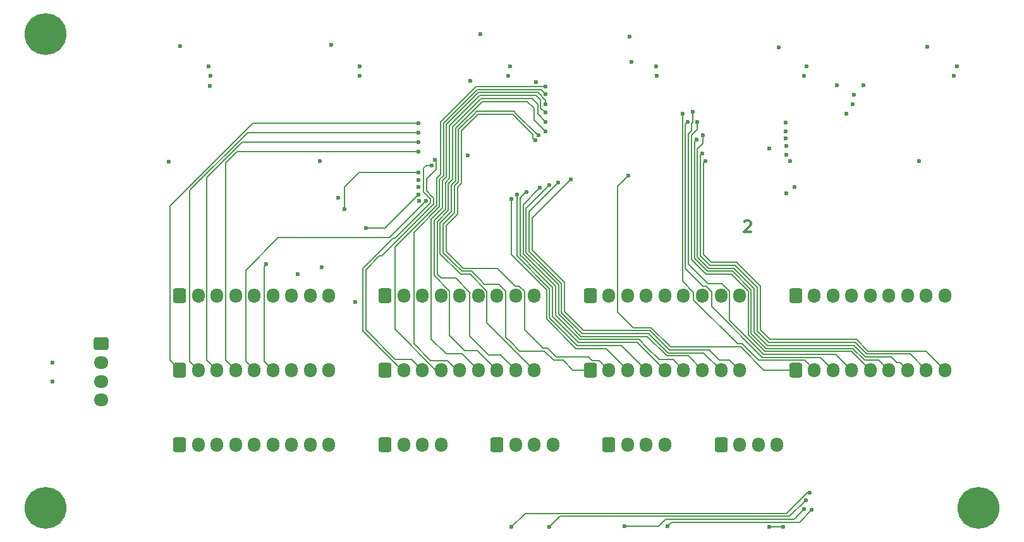
<source format=gbr>
%TF.GenerationSoftware,KiCad,Pcbnew,8.0.6*%
%TF.CreationDate,2024-12-01T20:19:37+01:00*%
%TF.ProjectId,puzzle1,70757a7a-6c65-4312-9e6b-696361645f70,rev?*%
%TF.SameCoordinates,Original*%
%TF.FileFunction,Copper,L2,Inr*%
%TF.FilePolarity,Positive*%
%FSLAX46Y46*%
G04 Gerber Fmt 4.6, Leading zero omitted, Abs format (unit mm)*
G04 Created by KiCad (PCBNEW 8.0.6) date 2024-12-01 20:19:37*
%MOMM*%
%LPD*%
G01*
G04 APERTURE LIST*
G04 Aperture macros list*
%AMRoundRect*
0 Rectangle with rounded corners*
0 $1 Rounding radius*
0 $2 $3 $4 $5 $6 $7 $8 $9 X,Y pos of 4 corners*
0 Add a 4 corners polygon primitive as box body*
4,1,4,$2,$3,$4,$5,$6,$7,$8,$9,$2,$3,0*
0 Add four circle primitives for the rounded corners*
1,1,$1+$1,$2,$3*
1,1,$1+$1,$4,$5*
1,1,$1+$1,$6,$7*
1,1,$1+$1,$8,$9*
0 Add four rect primitives between the rounded corners*
20,1,$1+$1,$2,$3,$4,$5,0*
20,1,$1+$1,$4,$5,$6,$7,0*
20,1,$1+$1,$6,$7,$8,$9,0*
20,1,$1+$1,$8,$9,$2,$3,0*%
G04 Aperture macros list end*
%ADD10C,0.300000*%
%TA.AperFunction,NonConductor*%
%ADD11C,0.300000*%
%TD*%
%TA.AperFunction,ComponentPad*%
%ADD12C,5.600000*%
%TD*%
%TA.AperFunction,ComponentPad*%
%ADD13RoundRect,0.250000X-0.600000X-0.725000X0.600000X-0.725000X0.600000X0.725000X-0.600000X0.725000X0*%
%TD*%
%TA.AperFunction,ComponentPad*%
%ADD14O,1.700000X1.950000*%
%TD*%
%TA.AperFunction,ComponentPad*%
%ADD15RoundRect,0.250000X-0.725000X0.600000X-0.725000X-0.600000X0.725000X-0.600000X0.725000X0.600000X0*%
%TD*%
%TA.AperFunction,ComponentPad*%
%ADD16O,1.950000X1.700000*%
%TD*%
%TA.AperFunction,ViaPad*%
%ADD17C,0.600000*%
%TD*%
%TA.AperFunction,Conductor*%
%ADD18C,0.200000*%
%TD*%
G04 APERTURE END LIST*
D10*
D11*
X123633082Y-83093685D02*
X123704510Y-83022257D01*
X123704510Y-83022257D02*
X123847368Y-82950828D01*
X123847368Y-82950828D02*
X124204510Y-82950828D01*
X124204510Y-82950828D02*
X124347368Y-83022257D01*
X124347368Y-83022257D02*
X124418796Y-83093685D01*
X124418796Y-83093685D02*
X124490225Y-83236542D01*
X124490225Y-83236542D02*
X124490225Y-83379400D01*
X124490225Y-83379400D02*
X124418796Y-83593685D01*
X124418796Y-83593685D02*
X123561653Y-84450828D01*
X123561653Y-84450828D02*
X124490225Y-84450828D01*
D12*
%TO.N,GND*%
%TO.C,H2*%
X30035534Y-121514466D03*
%TD*%
D13*
%TO.N,/Connectors/GPIO_64*%
%TO.C,Row8*%
X130500000Y-103000000D03*
D14*
%TO.N,/Connectors/GPIO_65*%
X133000000Y-103000000D03*
%TO.N,/Connectors/GPIO_66*%
X135500000Y-103000000D03*
%TO.N,/Connectors/GPIO_67*%
X138000000Y-103000000D03*
%TO.N,/Connectors/GPIO_68*%
X140500000Y-103000000D03*
%TO.N,/Connectors/GPIO_69*%
X143000000Y-103000000D03*
%TO.N,/Connectors/GPIO_70*%
X145500000Y-103000000D03*
%TO.N,/Connectors/GPIO_71*%
X148000000Y-103000000D03*
%TO.N,/Connectors/GPIO_72*%
X150500000Y-103000000D03*
%TD*%
D13*
%TO.N,/Connectors/GPIO_73*%
%TO.C,Row9*%
X48000000Y-113000000D03*
D14*
%TO.N,/Connectors/GPIO_74*%
X50500000Y-113000000D03*
%TO.N,/Connectors/GPIO_75*%
X53000000Y-113000000D03*
%TO.N,/Connectors/GPIO_76*%
X55500000Y-113000000D03*
%TO.N,/Connectors/GPIO_77*%
X58000000Y-113000000D03*
%TO.N,/Connectors/GPIO_78*%
X60500000Y-113000000D03*
%TO.N,/Connectors/GPIO_79*%
X63000000Y-113000000D03*
%TO.N,/Connectors/GPIO_80*%
X65500000Y-113000000D03*
%TO.N,/Connectors/GPIO_81*%
X68000000Y-113000000D03*
%TD*%
D13*
%TO.N,Net-(J13-Pin_1)*%
%TO.C,LED2*%
X105500000Y-113000000D03*
D14*
%TO.N,Net-(J13-Pin_2)*%
X108000000Y-113000000D03*
%TO.N,GND*%
X110500000Y-113000000D03*
X113000000Y-113000000D03*
%TD*%
D13*
%TO.N,/Connectors/GPIO_55*%
%TO.C,Row7*%
X103000000Y-103000000D03*
D14*
%TO.N,/Connectors/GPIO_56*%
X105500000Y-103000000D03*
%TO.N,/Connectors/GPIO_57*%
X108000000Y-103000000D03*
%TO.N,/Connectors/GPIO_58*%
X110500000Y-103000000D03*
%TO.N,/Connectors/GPIO_59*%
X113000000Y-103000000D03*
%TO.N,/Connectors/GPIO_60*%
X115500000Y-103000000D03*
%TO.N,/Connectors/GPIO_61*%
X118000000Y-103000000D03*
%TO.N,/Connectors/GPIO_62*%
X120500000Y-103000000D03*
%TO.N,/Connectors/GPIO_63*%
X123000000Y-103000000D03*
%TD*%
D13*
%TO.N,/Connectors/GPIO_28*%
%TO.C,Row4*%
X130500000Y-93000000D03*
D14*
%TO.N,/Connectors/GPIO_29*%
X133000000Y-93000000D03*
%TO.N,/Connectors/GPIO_30*%
X135500000Y-93000000D03*
%TO.N,/Connectors/GPIO_31*%
X138000000Y-93000000D03*
%TO.N,/Connectors/GPIO_32*%
X140500000Y-93000000D03*
%TO.N,/Connectors/GPIO_33*%
X143000000Y-93000000D03*
%TO.N,/Connectors/GPIO_34*%
X145500000Y-93000000D03*
%TO.N,/Connectors/GPIO_35*%
X148000000Y-93000000D03*
%TO.N,/Connectors/GPIO_36*%
X150500000Y-93000000D03*
%TD*%
D12*
%TO.N,GND*%
%TO.C,H1*%
X155014466Y-121514466D03*
%TD*%
D13*
%TO.N,/Connectors/GPIO_19*%
%TO.C,Row3*%
X103000000Y-93000000D03*
D14*
%TO.N,/Connectors/GPIO_20*%
X105500000Y-93000000D03*
%TO.N,/Connectors/GPIO_21*%
X108000000Y-93000000D03*
%TO.N,/Connectors/GPIO_22*%
X110500000Y-93000000D03*
%TO.N,/Connectors/GPIO_23*%
X113000000Y-93000000D03*
%TO.N,/Connectors/GPIO_24*%
X115500000Y-93000000D03*
%TO.N,/Connectors/GPIO_25*%
X118000000Y-93000000D03*
%TO.N,/Connectors/GPIO_26*%
X120500000Y-93000000D03*
%TO.N,/Connectors/GPIO_27*%
X123000000Y-93000000D03*
%TD*%
D13*
%TO.N,VCC*%
%TO.C,WireTriggers*%
X75500000Y-113000000D03*
D14*
%TO.N,/Connectors/GPIO_82*%
X78000000Y-113000000D03*
%TO.N,/Connectors/GPIO_83*%
X80500000Y-113000000D03*
%TO.N,/Connectors/GPIO_84*%
X83000000Y-113000000D03*
%TD*%
D13*
%TO.N,Net-(J12-Pin_1)*%
%TO.C,LED1*%
X90500000Y-113000000D03*
D14*
%TO.N,Net-(J12-Pin_2)*%
X93000000Y-113000000D03*
%TO.N,GND*%
X95500000Y-113000000D03*
X98000000Y-113000000D03*
%TD*%
D13*
%TO.N,/Connectors/GPIO_1*%
%TO.C,Row1*%
X48000000Y-93000000D03*
D14*
%TO.N,/Connectors/GPIO_2*%
X50500000Y-93000000D03*
%TO.N,/Connectors/GPIO_3*%
X53000000Y-93000000D03*
%TO.N,/Connectors/GPIO_4*%
X55500000Y-93000000D03*
%TO.N,/Connectors/GPIO_5*%
X58000000Y-93000000D03*
%TO.N,/Connectors/GPIO_6*%
X60500000Y-93000000D03*
%TO.N,/Connectors/GPIO_7*%
X63000000Y-93000000D03*
%TO.N,/Connectors/GPIO_8*%
X65500000Y-93000000D03*
%TO.N,/Connectors/GPIO_9*%
X68000000Y-93000000D03*
%TD*%
D13*
%TO.N,/Connectors/GPIO_46*%
%TO.C,Row6*%
X75500000Y-103000000D03*
D14*
%TO.N,/Connectors/GPIO_47*%
X78000000Y-103000000D03*
%TO.N,/Connectors/GPIO_48*%
X80500000Y-103000000D03*
%TO.N,/Connectors/GPIO_49*%
X83000000Y-103000000D03*
%TO.N,/Connectors/GPIO_50*%
X85500000Y-103000000D03*
%TO.N,/Connectors/GPIO_51*%
X88000000Y-103000000D03*
%TO.N,/Connectors/GPIO_52*%
X90500000Y-103000000D03*
%TO.N,/Connectors/GPIO_53*%
X93000000Y-103000000D03*
%TO.N,/Connectors/GPIO_54*%
X95500000Y-103000000D03*
%TD*%
D12*
%TO.N,GND*%
%TO.C,H3*%
X30000000Y-57950000D03*
%TD*%
D13*
%TO.N,/Connectors/GPIO_10*%
%TO.C,Row2*%
X75500000Y-93000000D03*
D14*
%TO.N,/Connectors/GPIO_11*%
X78000000Y-93000000D03*
%TO.N,/Connectors/GPIO_12*%
X80500000Y-93000000D03*
%TO.N,/Connectors/GPIO_13*%
X83000000Y-93000000D03*
%TO.N,/Connectors/GPIO_14*%
X85500000Y-93000000D03*
%TO.N,/Connectors/GPIO_15*%
X88000000Y-93000000D03*
%TO.N,/Connectors/GPIO_16*%
X90500000Y-93000000D03*
%TO.N,/Connectors/GPIO_17*%
X93000000Y-93000000D03*
%TO.N,/Connectors/GPIO_18*%
X95500000Y-93000000D03*
%TD*%
D13*
%TO.N,/Connectors/GPIO_37*%
%TO.C,Row5*%
X48000000Y-103000000D03*
D14*
%TO.N,/Connectors/GPIO_38*%
X50500000Y-103000000D03*
%TO.N,/Connectors/GPIO_39*%
X53000000Y-103000000D03*
%TO.N,/Connectors/GPIO_40*%
X55500000Y-103000000D03*
%TO.N,/Connectors/GPIO_41*%
X58000000Y-103000000D03*
%TO.N,/Connectors/GPIO_42*%
X60500000Y-103000000D03*
%TO.N,/Connectors/GPIO_43*%
X63000000Y-103000000D03*
%TO.N,/Connectors/GPIO_44*%
X65500000Y-103000000D03*
%TO.N,/Connectors/GPIO_45*%
X68000000Y-103000000D03*
%TD*%
D13*
%TO.N,Net-(J14-Pin_1)*%
%TO.C,LED3*%
X120500000Y-113000000D03*
D14*
%TO.N,Net-(J14-Pin_2)*%
X123000000Y-113000000D03*
%TO.N,GND*%
X125500000Y-113000000D03*
X128000000Y-113000000D03*
%TD*%
D15*
%TO.N,VCC*%
%TO.C,Input*%
X37500000Y-99500000D03*
D16*
%TO.N,/SCL*%
X37500000Y-102000000D03*
%TO.N,/SDA*%
X37500000Y-104500000D03*
%TO.N,GND*%
X37500000Y-107000000D03*
%TD*%
D17*
%TO.N,/SCL*%
X92000000Y-63600000D03*
X131600000Y-63600000D03*
X72100000Y-63600000D03*
X111900000Y-63600000D03*
X151700000Y-63600000D03*
X52100000Y-63600000D03*
X31000000Y-102000000D03*
%TO.N,/SDA*%
X132000000Y-62300000D03*
X51900000Y-62300000D03*
X92300000Y-62325000D03*
X31000000Y-104500000D03*
X111800000Y-62325000D03*
X72100000Y-62325000D03*
X152100000Y-62300000D03*
%TO.N,GND*%
X148150000Y-59700000D03*
X108275000Y-58275000D03*
X147000000Y-74970000D03*
X136050000Y-64800000D03*
X86925000Y-64275000D03*
X88275000Y-58000000D03*
X46560000Y-75040000D03*
X108500000Y-61700000D03*
X127000000Y-73300000D03*
X48050000Y-59600000D03*
X52050000Y-64880000D03*
X128250000Y-59750000D03*
X95700000Y-64400000D03*
X86550000Y-74250000D03*
X68275000Y-59400000D03*
X66800000Y-74970000D03*
%TO.N,/Connectors/GPIO_39*%
X79970000Y-72430000D03*
%TO.N,/Connectors/GPIO_44*%
X63850000Y-90150000D03*
X80000000Y-78500000D03*
%TO.N,/Connectors/GPIO_40*%
X80000000Y-73700000D03*
%TO.N,/Connectors/GPIO_45*%
X69219001Y-79859500D03*
X80000000Y-77500000D03*
X67050000Y-89200000D03*
%TO.N,/Connectors/GPIO_38*%
X80000000Y-71160000D03*
%TO.N,/Connectors/GPIO_41*%
X81000000Y-80350000D03*
%TO.N,/Connectors/GPIO_43*%
X72950000Y-84000000D03*
X80000000Y-79500000D03*
%TO.N,/Connectors/GPIO_37*%
X80000000Y-69900000D03*
%TO.N,/Connectors/GPIO_42*%
X80049264Y-80299264D03*
X59550000Y-88750000D03*
%TO.N,/Connectors/GPIO_53*%
X97000000Y-69700000D03*
%TO.N,/Connectors/GPIO_52*%
X97000000Y-68500000D03*
%TO.N,/Connectors/GPIO_54*%
X97000000Y-71000000D03*
%TO.N,/Connectors/GPIO_46*%
X71500000Y-93850000D03*
X70050000Y-81400000D03*
X79950000Y-76500000D03*
%TO.N,/Connectors/GPIO_47*%
X81750000Y-75550000D03*
%TO.N,/Connectors/GPIO_50*%
X97000000Y-66000000D03*
%TO.N,/Connectors/GPIO_51*%
X97000000Y-67350000D03*
%TO.N,/Connectors/GPIO_48*%
X82200000Y-74800000D03*
%TO.N,/Connectors/GPIO_49*%
X97000000Y-65000000D03*
%TO.N,/Connectors/GPIO_60*%
X96250000Y-78550000D03*
%TO.N,/Connectors/GPIO_56*%
X95650000Y-72200000D03*
%TO.N,/Connectors/GPIO_55*%
X96050000Y-71500000D03*
%TO.N,/Connectors/GPIO_59*%
X94500000Y-79100000D03*
%TO.N,/Connectors/GPIO_62*%
X98674264Y-77874264D03*
%TO.N,/Connectors/GPIO_63*%
X100366022Y-77479656D03*
%TO.N,/Connectors/GPIO_58*%
X93150000Y-79500000D03*
%TO.N,/Connectors/GPIO_57*%
X92450000Y-80100000D03*
%TO.N,/Connectors/GPIO_61*%
X97500000Y-78200000D03*
%TO.N,/Connectors/GPIO_67*%
X116750000Y-68400000D03*
%TO.N,/Connectors/GPIO_69*%
X117200000Y-72100000D03*
%TO.N,/Connectors/GPIO_64*%
X108100000Y-76950000D03*
%TO.N,/Connectors/GPIO_70*%
X118100000Y-71500000D03*
%TO.N,/Connectors/GPIO_72*%
X118450000Y-74950000D03*
%TO.N,/Connectors/GPIO_68*%
X117350000Y-69750000D03*
%TO.N,/Connectors/GPIO_71*%
X118000000Y-73950000D03*
%TO.N,/Connectors/GPIO_66*%
X116050000Y-69700000D03*
%TO.N,/Connectors/GPIO_65*%
X115350000Y-68600000D03*
%TO.N,/Connectors/GPIO_73*%
X129800000Y-75000000D03*
%TO.N,/Connectors/GPIO_80*%
X129300000Y-79350000D03*
%TO.N,/Connectors/GPIO_78*%
X129150000Y-69800000D03*
%TO.N,/Connectors/GPIO_74*%
X129300000Y-74150000D03*
%TO.N,/Connectors/GPIO_77*%
X129150000Y-71000000D03*
%TO.N,/Connectors/GPIO_75*%
X129300000Y-73000000D03*
%TO.N,/Connectors/GPIO_79*%
X130400000Y-78450000D03*
%TO.N,/Connectors/GPIO_76*%
X129150000Y-71950000D03*
%TO.N,/Connectors/GPIO_81*%
X139550000Y-64800000D03*
%TO.N,/Connectors/GPIO_82*%
X138324075Y-66073429D03*
%TO.N,/Connectors/GPIO_84*%
X137300000Y-68600000D03*
%TO.N,/Connectors/GPIO_83*%
X138150000Y-67350000D03*
%TO.N,/Connectors/GPIO_85*%
X132350000Y-119400000D03*
X92450000Y-124000000D03*
%TO.N,/Connectors/GPIO_86*%
X131850000Y-120450000D03*
X97550000Y-124000000D03*
%TO.N,/Connectors/GPIO_87*%
X107550000Y-123950000D03*
X131650000Y-121600000D03*
%TO.N,/Connectors/GPIO_88*%
X132650000Y-121700000D03*
X113300000Y-123950000D03*
%TO.N,/Connectors/GPIO_90*%
X128800000Y-124000000D03*
X126950000Y-124000000D03*
%TD*%
D18*
%TO.N,/Connectors/GPIO_39*%
X51650000Y-77181372D02*
X56401372Y-72430000D01*
X51650000Y-101650000D02*
X51650000Y-77181372D01*
X53000000Y-103000000D02*
X51650000Y-101650000D01*
X56401372Y-72430000D02*
X79970000Y-72430000D01*
%TO.N,/Connectors/GPIO_40*%
X55697058Y-73700000D02*
X80000000Y-73700000D01*
X55500000Y-103000000D02*
X54150000Y-101650000D01*
X54150000Y-101650000D02*
X54150000Y-75247058D01*
X54150000Y-75247058D02*
X55697058Y-73700000D01*
%TO.N,/Connectors/GPIO_38*%
X57105686Y-71160000D02*
X49350000Y-78915686D01*
X80000000Y-71160000D02*
X57105686Y-71160000D01*
X49350000Y-78915686D02*
X49350000Y-101850000D01*
X49350000Y-101850000D02*
X50500000Y-103000000D01*
%TO.N,/Connectors/GPIO_41*%
X61200000Y-85250000D02*
X76100000Y-85250000D01*
X58000000Y-103000000D02*
X56850000Y-101850000D01*
X56850000Y-89600000D02*
X61200000Y-85250000D01*
X76100000Y-85250000D02*
X81000000Y-80350000D01*
X56850000Y-101850000D02*
X56850000Y-89600000D01*
%TO.N,/Connectors/GPIO_43*%
X80000000Y-79500000D02*
X75500000Y-84000000D01*
X75500000Y-84000000D02*
X72950000Y-84000000D01*
%TO.N,/Connectors/GPIO_37*%
X57800000Y-69900000D02*
X46700000Y-81000000D01*
X46700000Y-81000000D02*
X46700000Y-101700000D01*
X46700000Y-101700000D02*
X48000000Y-103000000D01*
X80000000Y-69900000D02*
X57800000Y-69900000D01*
%TO.N,/Connectors/GPIO_42*%
X60500000Y-103000000D02*
X59350000Y-101850000D01*
X59350000Y-89100000D02*
X59550000Y-88750000D01*
X59550000Y-88750000D02*
X59550000Y-88900000D01*
X59350000Y-101850000D02*
X59350000Y-89100000D01*
%TO.N,/Connectors/GPIO_53*%
X82500000Y-83092642D02*
X82500000Y-90182968D01*
X88362744Y-66600000D02*
X84550000Y-70412744D01*
X86850000Y-98450000D02*
X89350000Y-100950000D01*
X90950000Y-100950000D02*
X93000000Y-103000000D01*
X86850000Y-92598654D02*
X86850000Y-98450000D01*
X95950000Y-68650000D02*
X95950000Y-67350000D01*
X95950000Y-67350000D02*
X95200000Y-66600000D01*
X82500000Y-90182968D02*
X83008516Y-90691484D01*
X97000000Y-69700000D02*
X95950000Y-68650000D01*
X83008516Y-90691484D02*
X84942830Y-90691484D01*
X84550000Y-77465686D02*
X84000000Y-78015686D01*
X84942830Y-90691484D02*
X86850000Y-92598654D01*
X84000000Y-78015686D02*
X84000000Y-81592642D01*
X95200000Y-66600000D02*
X88362744Y-66600000D01*
X84000000Y-81592642D02*
X82500000Y-83092642D01*
X89350000Y-100950000D02*
X90950000Y-100950000D01*
X84550000Y-70412744D02*
X84550000Y-77465686D01*
%TO.N,/Connectors/GPIO_52*%
X84150000Y-98350000D02*
X86150000Y-100350000D01*
X83600000Y-81426956D02*
X82100000Y-82926956D01*
X95750000Y-66200000D02*
X88197058Y-66200000D01*
X88197058Y-66200000D02*
X84150000Y-70247058D01*
X84150000Y-92398654D02*
X84150000Y-98350000D01*
X87850000Y-100350000D02*
X90500000Y-103000000D01*
X84150000Y-70247058D02*
X84150000Y-77300000D01*
X96350000Y-66800000D02*
X95750000Y-66200000D01*
X96350000Y-67850000D02*
X96350000Y-66800000D01*
X86150000Y-100350000D02*
X87850000Y-100350000D01*
X84150000Y-77300000D02*
X83600000Y-77850000D01*
X82100000Y-90348654D02*
X84150000Y-92398654D01*
X82100000Y-82926956D02*
X82100000Y-90348654D01*
X97000000Y-68500000D02*
X96350000Y-67850000D01*
X83600000Y-77850000D02*
X83600000Y-81426956D01*
%TO.N,/Connectors/GPIO_54*%
X86901346Y-90150000D02*
X89150000Y-92398654D01*
X88528430Y-67000000D02*
X84950000Y-70578430D01*
X97000000Y-71000000D02*
X95450000Y-69450000D01*
X82900000Y-87400000D02*
X85650000Y-90150000D01*
X84400000Y-81758328D02*
X82900000Y-83258328D01*
X95450000Y-67900000D02*
X94550000Y-67000000D01*
X84950000Y-70578430D02*
X84950000Y-77631372D01*
X95450000Y-69450000D02*
X95450000Y-67900000D01*
X82900000Y-83258328D02*
X82900000Y-87400000D01*
X85650000Y-90150000D02*
X86901346Y-90150000D01*
X89150000Y-96650000D02*
X95500000Y-103000000D01*
X94550000Y-67000000D02*
X88528430Y-67000000D01*
X89150000Y-92398654D02*
X89150000Y-96650000D01*
X84950000Y-77631372D02*
X84400000Y-78181372D01*
X84400000Y-78181372D02*
X84400000Y-81758328D01*
%TO.N,/Connectors/GPIO_46*%
X70050000Y-78500000D02*
X72050000Y-76500000D01*
X70050000Y-81400000D02*
X70050000Y-78500000D01*
X72050000Y-76500000D02*
X79950000Y-76500000D01*
%TO.N,/Connectors/GPIO_47*%
X72550000Y-89365686D02*
X76582843Y-85332843D01*
X78000000Y-103000000D02*
X77750000Y-103000000D01*
X76582843Y-85332843D02*
X76865686Y-85332843D01*
X77750000Y-103000000D02*
X72550000Y-97800000D01*
X72550000Y-97800000D02*
X72550000Y-89365686D01*
X80650000Y-79150000D02*
X80650000Y-75950000D01*
X81600000Y-80598529D02*
X81600000Y-80100000D01*
X76865686Y-85332843D02*
X81600000Y-80598529D01*
X80650000Y-75950000D02*
X81050000Y-75550000D01*
X81600000Y-80100000D02*
X80650000Y-79150000D01*
X81050000Y-75550000D02*
X81750000Y-75550000D01*
%TO.N,/Connectors/GPIO_50*%
X83350000Y-76915686D02*
X82800000Y-77465686D01*
X82800000Y-77465686D02*
X82800000Y-81095586D01*
X82800000Y-81095586D02*
X79350000Y-84545586D01*
X96400000Y-65400000D02*
X87865686Y-65400000D01*
X85150000Y-103000000D02*
X85500000Y-103000000D01*
X83875000Y-101725000D02*
X85150000Y-103000000D01*
X81625000Y-101725000D02*
X83875000Y-101725000D01*
X79350000Y-99450000D02*
X81625000Y-101725000D01*
X83350000Y-69915686D02*
X83350000Y-76915686D01*
X97000000Y-66000000D02*
X96400000Y-65400000D01*
X87865686Y-65400000D02*
X83350000Y-69915686D01*
X79350000Y-84545586D02*
X79350000Y-99450000D01*
%TO.N,/Connectors/GPIO_51*%
X83750000Y-70081372D02*
X83750000Y-77081372D01*
X81700000Y-82761271D02*
X81700000Y-98850000D01*
X85850000Y-100850000D02*
X88000000Y-103000000D01*
X97000000Y-66848529D02*
X95951471Y-65800000D01*
X97000000Y-67350000D02*
X97000000Y-66848529D01*
X83200000Y-81261271D02*
X81700000Y-82761271D01*
X95951471Y-65800000D02*
X88031372Y-65800000D01*
X83700000Y-100850000D02*
X85850000Y-100850000D01*
X83200000Y-77631372D02*
X83200000Y-81261271D01*
X83750000Y-77081372D02*
X83200000Y-77631372D01*
X81700000Y-98850000D02*
X83700000Y-100850000D01*
X88031372Y-65800000D02*
X83750000Y-70081372D01*
%TO.N,/Connectors/GPIO_48*%
X81050000Y-77350000D02*
X82350000Y-76050000D01*
X82000000Y-79934314D02*
X81765685Y-79700000D01*
X74765686Y-87715686D02*
X75048529Y-87715686D01*
X79050000Y-101550000D02*
X76865686Y-101550000D01*
X82000000Y-80764215D02*
X82000000Y-79934314D01*
X72950000Y-89531372D02*
X74765686Y-87715686D01*
X72950000Y-97634314D02*
X72950000Y-89531372D01*
X80500000Y-103000000D02*
X79050000Y-101550000D01*
X82350000Y-74950000D02*
X82200000Y-74800000D01*
X76865686Y-101550000D02*
X72950000Y-97634314D01*
X75048529Y-87715686D02*
X82000000Y-80764215D01*
X81050000Y-78984315D02*
X81050000Y-77350000D01*
X81765685Y-79700000D02*
X81050000Y-78984315D01*
X82350000Y-76050000D02*
X82350000Y-74950000D01*
%TO.N,/Connectors/GPIO_49*%
X82400000Y-80929901D02*
X82400000Y-77300000D01*
X82300000Y-103000000D02*
X76850000Y-97550000D01*
X76850000Y-97550000D02*
X76850000Y-86479901D01*
X76850000Y-86479901D02*
X82400000Y-80929901D01*
X83000000Y-103000000D02*
X82300000Y-103000000D01*
X87700000Y-65000000D02*
X97000000Y-65000000D01*
X82950000Y-69750000D02*
X87700000Y-65000000D01*
X82950000Y-76750000D02*
X82950000Y-69750000D01*
X82400000Y-77300000D02*
X82950000Y-76750000D01*
%TO.N,/Connectors/GPIO_60*%
X115500000Y-103000000D02*
X114100000Y-101600000D01*
X98350000Y-95652942D02*
X98350000Y-95450000D01*
X96050000Y-78750000D02*
X96250000Y-78550000D01*
X94000000Y-87402942D02*
X94000000Y-87050000D01*
X94000000Y-80800000D02*
X96050000Y-78750000D01*
X110550000Y-99950000D02*
X109500000Y-98900000D01*
X100998529Y-98301471D02*
X98350000Y-95652942D01*
X112200000Y-101600000D02*
X110550000Y-99950000D01*
X98350000Y-95450000D02*
X98350000Y-91752942D01*
X101597058Y-98900000D02*
X100998529Y-98301471D01*
X109134314Y-98900000D02*
X101597058Y-98900000D01*
X98350000Y-91752942D02*
X97323529Y-90726471D01*
X113000000Y-101600000D02*
X112200000Y-101600000D01*
X97323529Y-90726471D02*
X94000000Y-87402942D01*
X109500000Y-98900000D02*
X109134314Y-98900000D01*
X94000000Y-87050000D02*
X94000000Y-80800000D01*
X114100000Y-101600000D02*
X113000000Y-101600000D01*
%TO.N,/Connectors/GPIO_56*%
X92975000Y-91725000D02*
X90600000Y-89350000D01*
X105500000Y-103000000D02*
X104225000Y-101725000D01*
X98450000Y-101250000D02*
X97250000Y-100050000D01*
X94892157Y-71007843D02*
X95350000Y-71465686D01*
X86329901Y-70329901D02*
X87959802Y-68700000D01*
X91950000Y-68700000D02*
X92584314Y-68700000D01*
X85750000Y-76550000D02*
X85750000Y-73500000D01*
X85750000Y-77962744D02*
X85750000Y-76550000D01*
X85200000Y-78850000D02*
X85200000Y-78512744D01*
X92584314Y-68700000D02*
X94892157Y-71007843D01*
X96684314Y-100050000D02*
X94200000Y-97565686D01*
X85506372Y-78206372D02*
X85750000Y-77962744D01*
X104225000Y-101725000D02*
X103250000Y-101725000D01*
X85750000Y-72550000D02*
X85750000Y-70909802D01*
X84269850Y-83019850D02*
X85200000Y-82089700D01*
X95550000Y-72100000D02*
X95650000Y-72200000D01*
X85981372Y-89350000D02*
X84715686Y-88084314D01*
X95350000Y-71700000D02*
X95350000Y-71900000D01*
X85200000Y-82089700D02*
X85200000Y-80900000D01*
X83700000Y-84150000D02*
X83700000Y-83589700D01*
X84715686Y-88084314D02*
X83700000Y-87068628D01*
X97250000Y-100050000D02*
X96684314Y-100050000D01*
X83700000Y-87068628D02*
X83700000Y-84150000D01*
X103250000Y-101725000D02*
X102775000Y-101250000D01*
X94200000Y-93300000D02*
X94200000Y-92448654D01*
X94200000Y-97565686D02*
X94200000Y-93300000D01*
X88450000Y-68700000D02*
X91950000Y-68700000D01*
X95350000Y-71465686D02*
X95350000Y-71700000D01*
X86450000Y-89350000D02*
X85981372Y-89350000D01*
X95350000Y-71900000D02*
X95550000Y-72100000D01*
X85750000Y-70909802D02*
X86329901Y-70329901D01*
X85200000Y-78512744D02*
X85506372Y-78206372D01*
X87959802Y-68700000D02*
X88450000Y-68700000D01*
X94200000Y-92448654D02*
X93476346Y-91725000D01*
X102775000Y-101250000D02*
X98450000Y-101250000D01*
X85750000Y-73500000D02*
X85750000Y-72550000D01*
X85200000Y-80900000D02*
X85200000Y-78850000D01*
X90600000Y-89350000D02*
X86450000Y-89350000D01*
X83700000Y-83589700D02*
X84269850Y-83019850D01*
X93476346Y-91725000D02*
X93125000Y-91725000D01*
X93125000Y-91725000D02*
X92975000Y-91725000D01*
%TO.N,/Connectors/GPIO_55*%
X84657843Y-88592157D02*
X83832843Y-87767157D01*
X86250000Y-89750000D02*
X85815686Y-89750000D01*
X92750000Y-68300000D02*
X93050000Y-68600000D01*
X84800000Y-78347058D02*
X84848529Y-78298529D01*
X84212007Y-82512007D02*
X84800000Y-81924014D01*
X87067032Y-89750000D02*
X86250000Y-89750000D01*
X89600000Y-91500000D02*
X88817032Y-91500000D01*
X85350000Y-77797058D02*
X85350000Y-77150000D01*
X87794116Y-68300000D02*
X89150000Y-68300000D01*
X96850000Y-100450000D02*
X93515686Y-100450000D01*
X85350000Y-72850000D02*
X85350000Y-70744116D01*
X100650000Y-103000000D02*
X99350000Y-101700000D01*
X85350000Y-77150000D02*
X85350000Y-72850000D01*
X90751346Y-91500000D02*
X89600000Y-91500000D01*
X83300000Y-85950000D02*
X83300000Y-83424014D01*
X84848529Y-78298529D02*
X85350000Y-77797058D01*
X95950000Y-71500000D02*
X96050000Y-71500000D01*
X92307843Y-99242157D02*
X91650000Y-98584314D01*
X99350000Y-101700000D02*
X98100000Y-101700000D01*
X85815686Y-89750000D02*
X84657843Y-88592157D01*
X85350000Y-70744116D02*
X86097058Y-69997058D01*
X98100000Y-101700000D02*
X96850000Y-100450000D01*
X83832843Y-87767157D02*
X83300000Y-87234314D01*
X91650000Y-92600000D02*
X91650000Y-92398654D01*
X93050000Y-68600000D02*
X95950000Y-71500000D01*
X84800000Y-78850000D02*
X84800000Y-78347058D01*
X88258516Y-90941484D02*
X87067032Y-89750000D01*
X83300000Y-83424014D02*
X84212007Y-82512007D01*
X84800000Y-81000000D02*
X84800000Y-78850000D01*
X89150000Y-68300000D02*
X92750000Y-68300000D01*
X88817032Y-91500000D02*
X88258516Y-90941484D01*
X84800000Y-81924014D02*
X84800000Y-81000000D01*
X93515686Y-100450000D02*
X92307843Y-99242157D01*
X86097058Y-69997058D02*
X87397058Y-68697058D01*
X87397058Y-68697058D02*
X87794116Y-68300000D01*
X83300000Y-87234314D02*
X83300000Y-85950000D01*
X103000000Y-103000000D02*
X100650000Y-103000000D01*
X91650000Y-92398654D02*
X90751346Y-91500000D01*
X91650000Y-98584314D02*
X91650000Y-92600000D01*
%TO.N,/Connectors/GPIO_59*%
X94100000Y-88068628D02*
X93600000Y-87568628D01*
X113000000Y-103000000D02*
X109300000Y-99300000D01*
X94500000Y-79100000D02*
X94450000Y-79100000D01*
X100315686Y-98184314D02*
X97950000Y-95818628D01*
X93600000Y-79900000D02*
X94250000Y-79250000D01*
X101431372Y-99300000D02*
X100315686Y-98184314D01*
X93600000Y-87568628D02*
X93600000Y-85600000D01*
X97950000Y-91918628D02*
X95315686Y-89284314D01*
X109300000Y-99300000D02*
X104950000Y-99300000D01*
X94250000Y-79250000D02*
X94400000Y-79100000D01*
X94400000Y-79100000D02*
X94500000Y-79100000D01*
X97950000Y-95818628D02*
X97950000Y-94450000D01*
X93600000Y-85600000D02*
X93600000Y-80250000D01*
X97950000Y-94450000D02*
X97950000Y-91918628D01*
X95315686Y-89284314D02*
X94100000Y-88068628D01*
X104950000Y-99300000D02*
X101431372Y-99300000D01*
X93600000Y-80250000D02*
X93600000Y-79900000D01*
%TO.N,/Connectors/GPIO_62*%
X94800000Y-81748529D02*
X98674264Y-77874265D01*
X99989215Y-96160785D02*
X99150000Y-95321570D01*
X108650000Y-98100000D02*
X101928430Y-98100000D01*
X115934314Y-100700000D02*
X113415686Y-100700000D01*
X111482843Y-98767157D02*
X110815686Y-98100000D01*
X98139215Y-90410786D02*
X94800000Y-87071571D01*
X101928430Y-98100000D02*
X99989215Y-96160785D01*
X120500000Y-103000000D02*
X118200000Y-100700000D01*
X99150000Y-93350000D02*
X99150000Y-91421571D01*
X98674264Y-77874264D02*
X98674265Y-77874264D01*
X99150000Y-91421571D02*
X98139215Y-90410786D01*
X113415686Y-100700000D02*
X111482843Y-98767157D01*
X94800000Y-86050000D02*
X94800000Y-83300000D01*
X98674264Y-77874265D02*
X98674264Y-77874264D01*
X99150000Y-95321570D02*
X99150000Y-93350000D01*
X118200000Y-100700000D02*
X115934314Y-100700000D01*
X94800000Y-83300000D02*
X94800000Y-81748529D01*
X110815686Y-98100000D02*
X108650000Y-98100000D01*
X94800000Y-87071571D02*
X94800000Y-86050000D01*
%TO.N,/Connectors/GPIO_63*%
X120400000Y-101650000D02*
X120300000Y-101650000D01*
X99550000Y-95155884D02*
X99550000Y-94000000D01*
X123000000Y-103000000D02*
X121650000Y-101650000D01*
X99550000Y-91255885D02*
X98647058Y-90352943D01*
X95200000Y-82600000D02*
X100300000Y-77500000D01*
X102094116Y-97700000D02*
X101322058Y-96927942D01*
X98647058Y-90352943D02*
X97222057Y-88927942D01*
X97222057Y-88927942D02*
X95200000Y-86905885D01*
X99550000Y-94000000D02*
X99550000Y-91255885D01*
X121650000Y-101650000D02*
X120400000Y-101650000D01*
X95200000Y-82650000D02*
X95200000Y-82600000D01*
X112065686Y-98784314D02*
X110981372Y-97700000D01*
X110981372Y-97700000D02*
X108850000Y-97700000D01*
X120300000Y-101650000D02*
X118950000Y-100300000D01*
X118950000Y-100300000D02*
X117550000Y-100300000D01*
X108850000Y-97700000D02*
X102094116Y-97700000D01*
X95200000Y-86250000D02*
X95200000Y-82650000D01*
X95200000Y-86905885D02*
X95200000Y-86250000D01*
X113581372Y-100300000D02*
X112065686Y-98784314D01*
X117550000Y-100300000D02*
X113581372Y-100300000D01*
X101322058Y-96927942D02*
X99550000Y-95155884D01*
%TO.N,/Connectors/GPIO_58*%
X107200000Y-99700000D02*
X104934314Y-99700000D01*
X93257843Y-87792157D02*
X93150000Y-87684314D01*
X97550000Y-92084314D02*
X93257843Y-87792157D01*
X101265686Y-99700000D02*
X100232843Y-98667157D01*
X110500000Y-103000000D02*
X107200000Y-99700000D01*
X100232843Y-98667157D02*
X97550000Y-95984314D01*
X97550000Y-94600000D02*
X97550000Y-92084314D01*
X97550000Y-95984314D02*
X97550000Y-94600000D01*
X104934314Y-99700000D02*
X101265686Y-99700000D01*
X93150000Y-79600000D02*
X93150000Y-79500000D01*
X93150000Y-87684314D02*
X93150000Y-79600000D01*
%TO.N,/Connectors/GPIO_57*%
X97150000Y-96150000D02*
X97150000Y-92250000D01*
X92450000Y-87550000D02*
X92450000Y-86750000D01*
X92450000Y-86750000D02*
X92450000Y-80100000D01*
X101100000Y-100100000D02*
X97150000Y-96150000D01*
X97150000Y-92250000D02*
X92450000Y-87550000D01*
X108000000Y-103000000D02*
X105100000Y-100100000D01*
X105100000Y-100100000D02*
X101100000Y-100100000D01*
%TO.N,/Connectors/GPIO_61*%
X98750000Y-95487256D02*
X98750000Y-92950000D01*
X94400000Y-83000000D02*
X94400000Y-81300000D01*
X94400000Y-87237256D02*
X94400000Y-83000000D01*
X116100000Y-101100000D02*
X113250000Y-101100000D01*
X98750000Y-92950000D02*
X98750000Y-91587256D01*
X118000000Y-103000000D02*
X116100000Y-101100000D01*
X98750000Y-91587256D02*
X97056372Y-89893628D01*
X97056372Y-89893628D02*
X94400000Y-87237256D01*
X110650000Y-98500000D02*
X106150000Y-98500000D01*
X94400000Y-81300000D02*
X97500000Y-78200000D01*
X101762744Y-98500000D02*
X99956372Y-96693628D01*
X106150000Y-98500000D02*
X101762744Y-98500000D01*
X99956372Y-96693628D02*
X98750000Y-95487256D01*
X113250000Y-101100000D02*
X110650000Y-98500000D01*
%TO.N,/Connectors/GPIO_67*%
X126215686Y-100900000D02*
X121650000Y-96334314D01*
X121650000Y-96334314D02*
X121650000Y-92398654D01*
X116600000Y-70900000D02*
X116600000Y-70000000D01*
X116750000Y-69850000D02*
X116750000Y-68400000D01*
X118750000Y-91400000D02*
X116150000Y-88800000D01*
X116150000Y-88800000D02*
X116150000Y-71350000D01*
X116600000Y-70000000D02*
X116750000Y-69850000D01*
X121650000Y-92398654D02*
X120651346Y-91400000D01*
X138000000Y-103000000D02*
X135900000Y-100900000D01*
X120651346Y-91400000D02*
X118750000Y-91400000D01*
X135900000Y-100900000D02*
X126215686Y-100900000D01*
X116150000Y-71350000D02*
X116600000Y-70900000D01*
%TO.N,/Connectors/GPIO_69*%
X116950000Y-88034314D02*
X116950000Y-72350000D01*
X118665686Y-89750000D02*
X116950000Y-88034314D01*
X124550000Y-98102942D02*
X124550000Y-92232969D01*
X126547058Y-100100000D02*
X124550000Y-98102942D01*
X124550000Y-92232969D02*
X122067031Y-89750000D01*
X141650000Y-101650000D02*
X139715686Y-101650000D01*
X143000000Y-103000000D02*
X141650000Y-101650000D01*
X138165686Y-100100000D02*
X126547058Y-100100000D01*
X122067031Y-89750000D02*
X118665686Y-89750000D01*
X116950000Y-72350000D02*
X117200000Y-72100000D01*
X139715686Y-101650000D02*
X138165686Y-100100000D01*
%TO.N,/Connectors/GPIO_64*%
X106650000Y-78400000D02*
X108100000Y-76950000D01*
X111147058Y-97300000D02*
X108750000Y-97300000D01*
X113747058Y-99900000D02*
X111147058Y-97300000D01*
X108750000Y-97300000D02*
X106650000Y-95200000D01*
X126250000Y-103000000D02*
X123150000Y-99900000D01*
X130500000Y-103000000D02*
X126250000Y-103000000D01*
X106650000Y-95200000D02*
X106650000Y-78400000D01*
X123150000Y-99900000D02*
X113747058Y-99900000D01*
%TO.N,/Connectors/GPIO_70*%
X144500000Y-102000000D02*
X144100000Y-102000000D01*
X126712744Y-99700000D02*
X124950000Y-97937256D01*
X144100000Y-102000000D02*
X143350000Y-101250000D01*
X117350000Y-87868628D02*
X117350000Y-73350000D01*
X124950000Y-97937256D02*
X124950000Y-92067283D01*
X124950000Y-92067283D02*
X122232717Y-89350000D01*
X122232717Y-89350000D02*
X118831372Y-89350000D01*
X118100000Y-72600000D02*
X118100000Y-71500000D01*
X117350000Y-73350000D02*
X118100000Y-72600000D01*
X138331372Y-99700000D02*
X126712744Y-99700000D01*
X145500000Y-103000000D02*
X144500000Y-102000000D01*
X143350000Y-101250000D02*
X139881372Y-101250000D01*
X118831372Y-89350000D02*
X117350000Y-87868628D01*
X139881372Y-101250000D02*
X138331372Y-99700000D01*
%TO.N,/Connectors/GPIO_72*%
X125750000Y-97605884D02*
X125750000Y-91735912D01*
X147950000Y-100450000D02*
X140212744Y-100450000D01*
X119162744Y-88550000D02*
X118150000Y-87537256D01*
X138662744Y-98900000D02*
X127044116Y-98900000D01*
X118150000Y-87537256D02*
X118150000Y-75250000D01*
X140212744Y-100450000D02*
X138662744Y-98900000D01*
X118150000Y-75250000D02*
X118450000Y-74950000D01*
X122564088Y-88550000D02*
X119162744Y-88550000D01*
X127044116Y-98900000D02*
X125750000Y-97605884D01*
X150500000Y-103000000D02*
X147950000Y-100450000D01*
X125750000Y-91735912D02*
X122564088Y-88550000D01*
%TO.N,/Connectors/GPIO_68*%
X124150000Y-98268628D02*
X126381372Y-100500000D01*
X121901346Y-90150000D02*
X124150000Y-92398654D01*
X138000000Y-100500000D02*
X140500000Y-103000000D01*
X117350000Y-70715686D02*
X116550000Y-71515686D01*
X117350000Y-69750000D02*
X117350000Y-70715686D01*
X116550000Y-71515686D02*
X116550000Y-88200000D01*
X126381372Y-100500000D02*
X138000000Y-100500000D01*
X124150000Y-92398654D02*
X124150000Y-98268628D01*
X116550000Y-88200000D02*
X118500000Y-90150000D01*
X118500000Y-90150000D02*
X121901346Y-90150000D01*
%TO.N,/Connectors/GPIO_71*%
X125350000Y-91901598D02*
X125350000Y-97771570D01*
X138497058Y-99300000D02*
X140047058Y-100850000D01*
X125350000Y-97771570D02*
X126878430Y-99300000D01*
X117750000Y-74200000D02*
X117750000Y-87702942D01*
X118000000Y-73950000D02*
X117750000Y-74200000D01*
X122398403Y-88950000D02*
X122632717Y-89184315D01*
X140047058Y-100850000D02*
X145850000Y-100850000D01*
X126878430Y-99300000D02*
X138497058Y-99300000D01*
X117750000Y-87702942D02*
X118997058Y-88950000D01*
X118997058Y-88950000D02*
X122398403Y-88950000D01*
X122632717Y-89184315D02*
X125350000Y-91901598D01*
X145850000Y-100850000D02*
X148000000Y-103000000D01*
%TO.N,/Connectors/GPIO_66*%
X133800000Y-101300000D02*
X135500000Y-103000000D01*
X115750000Y-70000000D02*
X115750000Y-89350000D01*
X115750000Y-89350000D02*
X118125000Y-91725000D01*
X119250000Y-94500000D02*
X126050000Y-101300000D01*
X118125000Y-91725000D02*
X118476346Y-91725000D01*
X119250000Y-92498654D02*
X119250000Y-94500000D01*
X118476346Y-91725000D02*
X119250000Y-92498654D01*
X126050000Y-101300000D02*
X133800000Y-101300000D01*
X116050000Y-69700000D02*
X115750000Y-70000000D01*
%TO.N,/Connectors/GPIO_65*%
X115350000Y-68600000D02*
X115350000Y-91098654D01*
X131700000Y-101700000D02*
X129700000Y-101700000D01*
X123315686Y-99500000D02*
X125515686Y-101700000D01*
X129700000Y-101700000D02*
X126250000Y-101700000D01*
X133000000Y-103000000D02*
X131700000Y-101700000D01*
X116850000Y-92598654D02*
X116850000Y-93601346D01*
X125515686Y-101700000D02*
X126250000Y-101700000D01*
X115350000Y-91098654D02*
X116850000Y-92598654D01*
X116850000Y-93601346D02*
X122748654Y-99500000D01*
X122748654Y-99500000D02*
X123315686Y-99500000D01*
%TO.N,/Connectors/GPIO_81*%
X68000000Y-113000000D02*
X68000000Y-113650000D01*
%TO.N,/Connectors/GPIO_85*%
X129750000Y-121750000D02*
X129750000Y-121701471D01*
X94250000Y-122200000D02*
X99115686Y-122200000D01*
X129750000Y-121701471D02*
X132101471Y-119350000D01*
X132350000Y-119400000D02*
X132300000Y-119350000D01*
X132101471Y-119350000D02*
X132350000Y-119400000D01*
X99115686Y-122200000D02*
X129300000Y-122200000D01*
X92450000Y-124000000D02*
X94250000Y-122200000D01*
X129300000Y-122200000D02*
X129750000Y-121750000D01*
%TO.N,/Connectors/GPIO_86*%
X115700000Y-122600000D02*
X129700000Y-122600000D01*
X129700000Y-122600000D02*
X131850000Y-120450000D01*
X97550000Y-124000000D02*
X98950000Y-122600000D01*
X98950000Y-122600000D02*
X115700000Y-122600000D01*
%TO.N,/Connectors/GPIO_87*%
X130600000Y-122700000D02*
X130300000Y-123000000D01*
X112150000Y-123950000D02*
X107550000Y-123950000D01*
X130300000Y-123000000D02*
X127600000Y-123000000D01*
X127600000Y-123000000D02*
X113100000Y-123000000D01*
X113100000Y-123000000D02*
X112150000Y-123950000D01*
X130600000Y-122650000D02*
X130600000Y-122700000D01*
X131650000Y-121600000D02*
X130600000Y-122650000D01*
%TO.N,/Connectors/GPIO_88*%
X132700000Y-121700000D02*
X132650000Y-121750000D01*
X131000000Y-123400000D02*
X132650000Y-121750000D01*
X132650000Y-121700000D02*
X132700000Y-121700000D01*
X113850000Y-123400000D02*
X131000000Y-123400000D01*
X113300000Y-123950000D02*
X113850000Y-123400000D01*
X132650000Y-121750000D02*
X132650000Y-121700000D01*
%TO.N,/Connectors/GPIO_90*%
X126950000Y-124000000D02*
X128800000Y-124000000D01*
%TD*%
M02*

</source>
